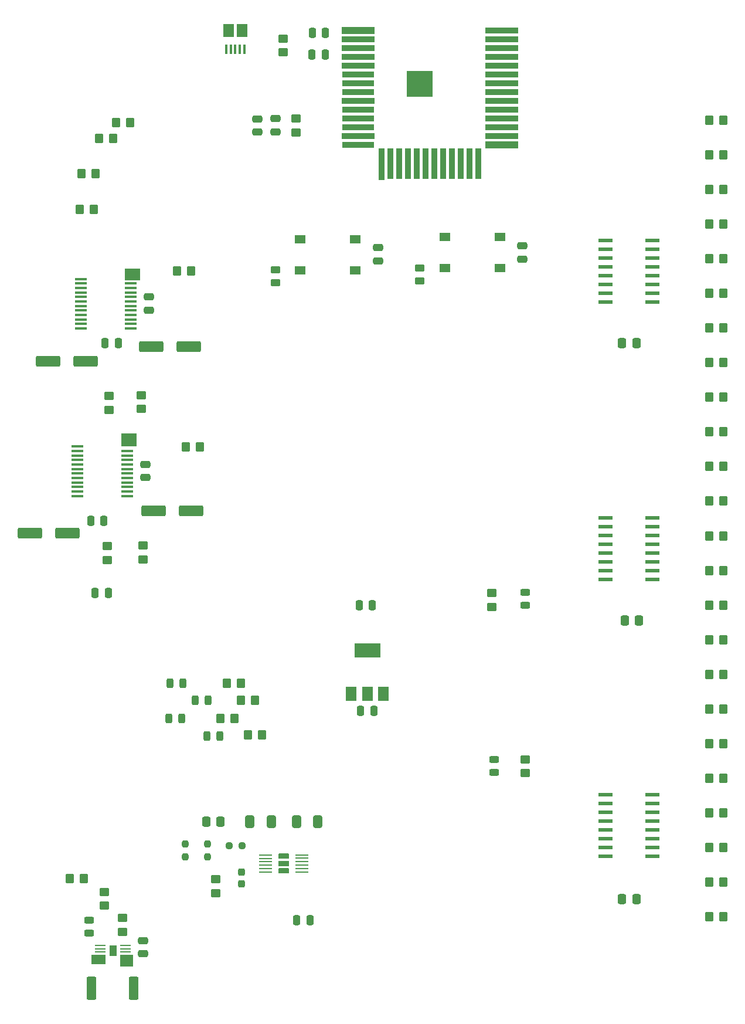
<source format=gbr>
%TF.GenerationSoftware,KiCad,Pcbnew,7.0.10*%
%TF.CreationDate,2024-03-06T16:20:47-05:00*%
%TF.ProjectId,477grp2_pcb,34373767-7270-4325-9f70-63622e6b6963,rev?*%
%TF.SameCoordinates,Original*%
%TF.FileFunction,Paste,Top*%
%TF.FilePolarity,Positive*%
%FSLAX46Y46*%
G04 Gerber Fmt 4.6, Leading zero omitted, Abs format (unit mm)*
G04 Created by KiCad (PCBNEW 7.0.10) date 2024-03-06 16:20:47*
%MOMM*%
%LPD*%
G01*
G04 APERTURE LIST*
G04 Aperture macros list*
%AMRoundRect*
0 Rectangle with rounded corners*
0 $1 Rounding radius*
0 $2 $3 $4 $5 $6 $7 $8 $9 X,Y pos of 4 corners*
0 Add a 4 corners polygon primitive as box body*
4,1,4,$2,$3,$4,$5,$6,$7,$8,$9,$2,$3,0*
0 Add four circle primitives for the rounded corners*
1,1,$1+$1,$2,$3*
1,1,$1+$1,$4,$5*
1,1,$1+$1,$6,$7*
1,1,$1+$1,$8,$9*
0 Add four rect primitives between the rounded corners*
20,1,$1+$1,$2,$3,$4,$5,0*
20,1,$1+$1,$4,$5,$6,$7,0*
20,1,$1+$1,$6,$7,$8,$9,0*
20,1,$1+$1,$8,$9,$2,$3,0*%
G04 Aperture macros list end*
%ADD10C,0.010000*%
%ADD11RoundRect,0.250000X0.337500X0.475000X-0.337500X0.475000X-0.337500X-0.475000X0.337500X-0.475000X0*%
%ADD12R,0.400000X1.350000*%
%ADD13R,1.500000X1.900000*%
%ADD14RoundRect,0.250000X-0.350000X-0.450000X0.350000X-0.450000X0.350000X0.450000X-0.350000X0.450000X0*%
%ADD15RoundRect,0.250000X0.475000X-0.250000X0.475000X0.250000X-0.475000X0.250000X-0.475000X-0.250000X0*%
%ADD16RoundRect,0.243750X-0.243750X-0.456250X0.243750X-0.456250X0.243750X0.456250X-0.243750X0.456250X0*%
%ADD17RoundRect,0.250000X-0.337500X-0.475000X0.337500X-0.475000X0.337500X0.475000X-0.337500X0.475000X0*%
%ADD18RoundRect,0.250000X0.350000X0.450000X-0.350000X0.450000X-0.350000X-0.450000X0.350000X-0.450000X0*%
%ADD19R,2.159000X0.558800*%
%ADD20RoundRect,0.250000X-1.500000X-0.550000X1.500000X-0.550000X1.500000X0.550000X-1.500000X0.550000X0*%
%ADD21RoundRect,0.250000X-0.250000X-0.475000X0.250000X-0.475000X0.250000X0.475000X-0.250000X0.475000X0*%
%ADD22RoundRect,0.237500X-0.237500X0.250000X-0.237500X-0.250000X0.237500X-0.250000X0.237500X0.250000X0*%
%ADD23RoundRect,0.250000X0.412500X0.650000X-0.412500X0.650000X-0.412500X-0.650000X0.412500X-0.650000X0*%
%ADD24RoundRect,0.249999X0.450001X1.425001X-0.450001X1.425001X-0.450001X-1.425001X0.450001X-1.425001X0*%
%ADD25R,1.868014X1.707154*%
%ADD26R,1.495000X0.280000*%
%ADD27R,2.029212X1.332855*%
%ADD28RoundRect,0.250000X0.450000X-0.350000X0.450000X0.350000X-0.450000X0.350000X-0.450000X-0.350000X0*%
%ADD29R,1.500000X2.000000*%
%ADD30R,3.800000X2.000000*%
%ADD31R,1.550000X1.300000*%
%ADD32R,4.746212X0.990990*%
%ADD33R,4.736608X0.950274*%
%ADD34R,4.718447X0.857962*%
%ADD35R,4.709890X0.957090*%
%ADD36R,4.721003X0.946486*%
%ADD37R,4.694146X0.918986*%
%ADD38R,4.686903X0.917910*%
%ADD39R,4.692000X0.917165*%
%ADD40R,4.718325X0.947593*%
%ADD41R,4.673347X0.924210*%
%ADD42R,4.655958X0.933320*%
%ADD43R,4.697885X0.905576*%
%ADD44R,4.732265X0.942006*%
%ADD45R,4.686426X0.955516*%
%ADD46R,0.883533X4.539403*%
%ADD47R,0.886454X4.528385*%
%ADD48R,0.900393X4.484313*%
%ADD49R,0.881277X4.495331*%
%ADD50R,0.895216X4.484313*%
%ADD51R,0.909155X4.495331*%
%ADD52R,0.936338X4.497776*%
%ADD53R,0.894556X4.460296*%
%ADD54R,0.877726X4.485282*%
%ADD55R,0.860912X4.497776*%
%ADD56R,0.881586X4.497776*%
%ADD57R,0.902257X4.485282*%
%ADD58R,4.704469X0.982261*%
%ADD59R,4.713913X0.903635*%
%ADD60R,4.731133X0.899371*%
%ADD61R,4.731133X0.886497*%
%ADD62R,4.739743X0.908063*%
%ADD63R,4.738300X0.899395*%
%ADD64R,4.738300X0.906077*%
%ADD65R,4.755523X0.914370*%
%ADD66R,4.764229X0.887200*%
%ADD67R,4.755523X0.912266*%
%ADD68R,4.765540X0.932098*%
%ADD69R,4.765540X0.895188*%
%ADD70R,4.765540X0.897888*%
%ADD71R,4.764404X0.847973*%
%ADD72R,3.699994X3.699994*%
%ADD73RoundRect,0.250000X0.250000X0.475000X-0.250000X0.475000X-0.250000X-0.475000X0.250000X-0.475000X0*%
%ADD74RoundRect,0.250000X-0.475000X0.250000X-0.475000X-0.250000X0.475000X-0.250000X0.475000X0.250000X0*%
%ADD75RoundRect,0.250000X0.450000X-0.262500X0.450000X0.262500X-0.450000X0.262500X-0.450000X-0.262500X0*%
%ADD76RoundRect,0.243750X0.456250X-0.243750X0.456250X0.243750X-0.456250X0.243750X-0.456250X-0.243750X0*%
%ADD77R,1.750000X0.450000*%
%ADD78R,2.288312X1.738814*%
%ADD79RoundRect,0.237500X-0.250000X-0.237500X0.250000X-0.237500X0.250000X0.237500X-0.250000X0.237500X0*%
%ADD80RoundRect,0.250000X-0.450000X0.350000X-0.450000X-0.350000X0.450000X-0.350000X0.450000X0.350000X0*%
%ADD81RoundRect,0.243750X-0.456250X0.243750X-0.456250X-0.243750X0.456250X-0.243750X0.456250X0.243750X0*%
%ADD82RoundRect,0.237500X-0.237500X0.300000X-0.237500X-0.300000X0.237500X-0.300000X0.237500X0.300000X0*%
%ADD83RoundRect,0.250000X-0.412500X-0.650000X0.412500X-0.650000X0.412500X0.650000X-0.412500X0.650000X0*%
%ADD84R,1.899999X0.249990*%
%ADD85R,1.899999X0.255000*%
%ADD86R,1.899999X0.249988*%
%ADD87R,1.899999X0.254999*%
%ADD88R,1.899999X0.254998*%
%ADD89R,1.899999X0.249998*%
%ADD90R,1.899999X0.254996*%
%ADD91R,1.899999X0.249992*%
%ADD92RoundRect,0.237500X0.237500X-0.250000X0.237500X0.250000X-0.237500X0.250000X-0.237500X-0.250000X0*%
%ADD93R,2.229258X1.987174*%
G04 APERTURE END LIST*
%TO.C,U23*%
D10*
X50151101Y-167428885D02*
X49150373Y-167428885D01*
X49150373Y-165927794D01*
X50151101Y-165927794D01*
X50151101Y-167428885D01*
G36*
X50151101Y-167428885D02*
G01*
X49150373Y-167428885D01*
X49150373Y-165927794D01*
X50151101Y-165927794D01*
X50151101Y-167428885D01*
G37*
%TO.C,U1*%
G36*
X75071010Y-153804133D02*
G01*
X75071010Y-154464131D01*
X75021010Y-154514131D01*
X73651010Y-154514131D01*
X73601010Y-154464131D01*
X73601010Y-153804133D01*
X73651010Y-153754133D01*
X75021010Y-153754133D01*
X75071010Y-153804133D01*
G37*
G36*
X75071010Y-154854133D02*
G01*
X75071010Y-155514132D01*
X75021010Y-155564132D01*
X73651010Y-155564132D01*
X73601010Y-155514132D01*
X73601010Y-154854133D01*
X73651010Y-154804133D01*
X75021010Y-154804133D01*
X75071010Y-154854133D01*
G37*
G36*
X75071010Y-152754132D02*
G01*
X75071010Y-153414131D01*
X75021010Y-153464131D01*
X73651010Y-153464131D01*
X73601010Y-153414131D01*
X73601010Y-152754132D01*
X73651010Y-152704132D01*
X75021010Y-152704132D01*
X75071010Y-152754132D01*
G37*
%TD*%
D11*
%TO.C,Cff1*%
X65231794Y-148095550D03*
X63156794Y-148095550D03*
%TD*%
D12*
%TO.C,J1*%
X68650000Y-36606190D03*
X68000000Y-36606190D03*
X67350000Y-36606190D03*
X66700000Y-36606190D03*
X66050000Y-36606190D03*
D13*
X68350000Y-33906190D03*
X66350000Y-33906190D03*
%TD*%
D14*
%TO.C,R50*%
X135840901Y-96821145D03*
X137840901Y-96821145D03*
%TD*%
D15*
%TO.C,C1*%
X70539234Y-48563416D03*
X70539234Y-46663416D03*
%TD*%
D16*
%TO.C,D18*%
X63203192Y-135703277D03*
X65078192Y-135703277D03*
%TD*%
D17*
%TO.C,C15*%
X123195681Y-159233624D03*
X125270681Y-159233624D03*
%TD*%
D16*
%TO.C,D15*%
X57930928Y-128109232D03*
X59805928Y-128109232D03*
%TD*%
D18*
%TO.C,R20*%
X67191637Y-133169948D03*
X65191637Y-133169948D03*
%TD*%
D19*
%TO.C,U12*%
X127597301Y-113091145D03*
X127597301Y-111821145D03*
X127597301Y-110551145D03*
X127597301Y-109281145D03*
X127597301Y-108011145D03*
X127597301Y-106741145D03*
X127597301Y-105471145D03*
X127597301Y-104201145D03*
X120840901Y-104201145D03*
X120840901Y-105471145D03*
X120840901Y-106741145D03*
X120840901Y-108011145D03*
X120840901Y-109281145D03*
X120840901Y-110551145D03*
X120840901Y-111821145D03*
X120840901Y-113091145D03*
%TD*%
D20*
%TO.C,C18*%
X55560000Y-103221861D03*
X60960000Y-103221861D03*
%TD*%
D21*
%TO.C,C8*%
X47091471Y-115051601D03*
X48991471Y-115051601D03*
%TD*%
D22*
%TO.C,Rfbb1*%
X63340053Y-151327201D03*
X63340053Y-153152201D03*
%TD*%
D23*
%TO.C,Cout2*%
X72568153Y-148123035D03*
X69443153Y-148123035D03*
%TD*%
D14*
%TO.C,R54*%
X135840901Y-156821145D03*
X137840901Y-156821145D03*
%TD*%
D24*
%TO.C,R9*%
X52644327Y-172107706D03*
X46544327Y-172107706D03*
%TD*%
D14*
%TO.C,R37*%
X135840901Y-81821145D03*
X137840901Y-81821145D03*
%TD*%
D25*
%TO.C,U23*%
X51629380Y-168142462D03*
D26*
X51442873Y-166928885D03*
X51442873Y-166428885D03*
X51442873Y-165928885D03*
X47857873Y-165928885D03*
X47857873Y-166428885D03*
X47857873Y-166928885D03*
D27*
X47590767Y-167955312D03*
%TD*%
D28*
%TO.C,R23*%
X51095597Y-163970544D03*
X51095597Y-161970544D03*
%TD*%
D18*
%TO.C,R22*%
X68123671Y-128084027D03*
X66123671Y-128084027D03*
%TD*%
D28*
%TO.C,R15*%
X48867813Y-110322213D03*
X48867813Y-108322213D03*
%TD*%
D19*
%TO.C,U13*%
X127597301Y-153071145D03*
X127597301Y-151801145D03*
X127597301Y-150531145D03*
X127597301Y-149261145D03*
X127597301Y-147991145D03*
X127597301Y-146721145D03*
X127597301Y-145451145D03*
X127597301Y-144181145D03*
X120840901Y-144181145D03*
X120840901Y-145451145D03*
X120840901Y-146721145D03*
X120840901Y-147991145D03*
X120840901Y-149261145D03*
X120840901Y-150531145D03*
X120840901Y-151801145D03*
X120840901Y-153071145D03*
%TD*%
D18*
%TO.C,R21*%
X70155956Y-130555396D03*
X68155956Y-130555396D03*
%TD*%
D14*
%TO.C,R45*%
X135840901Y-121821145D03*
X137840901Y-121821145D03*
%TD*%
D18*
%TO.C,R11*%
X60960000Y-68580000D03*
X58960000Y-68580000D03*
%TD*%
D29*
%TO.C,U6*%
X84104799Y-129661735D03*
X86404799Y-129661735D03*
D30*
X86404799Y-123361735D03*
D29*
X88704799Y-129661735D03*
%TD*%
D31*
%TO.C,SW1*%
X84641499Y-68494601D03*
X76691499Y-68494601D03*
X84641499Y-63994601D03*
X76691499Y-63994601D03*
%TD*%
D20*
%TO.C,C13*%
X40320000Y-81612317D03*
X45720000Y-81612317D03*
%TD*%
D14*
%TO.C,R39*%
X135840901Y-71821145D03*
X137840901Y-71821145D03*
%TD*%
D15*
%TO.C,C10*%
X87967156Y-67111247D03*
X87967156Y-65211247D03*
%TD*%
D32*
%TO.C,U3*%
X85082499Y-33909134D03*
D33*
X85087301Y-35158779D03*
D34*
X85096382Y-36382622D03*
D35*
X85100660Y-37702198D03*
D36*
X85095104Y-38966909D03*
D37*
X85108532Y-40223133D03*
D38*
X85112154Y-41492595D03*
D39*
X85109605Y-42762220D03*
D40*
X85096443Y-44047434D03*
D41*
X85118932Y-45305743D03*
D42*
X85127626Y-46580298D03*
D43*
X85106663Y-47836426D03*
D44*
X85089473Y-49124641D03*
D45*
X85112392Y-50401396D03*
D46*
X88478839Y-53143339D03*
D47*
X89747378Y-53137830D03*
D48*
X91010409Y-53115794D03*
D49*
X92289967Y-53121303D03*
D50*
X93552997Y-53115794D03*
D51*
X94816028Y-53121303D03*
D52*
X96072403Y-53122526D03*
D53*
X97363314Y-53103786D03*
D54*
X98641713Y-53116279D03*
D55*
X99920121Y-53122526D03*
D56*
X101179793Y-53122526D03*
D57*
X102439463Y-53116279D03*
D58*
X105807839Y-50414768D03*
D59*
X105812561Y-49105455D03*
D60*
X105821171Y-47833323D03*
D61*
X105821171Y-46556886D03*
D62*
X105825476Y-45297669D03*
D63*
X105824755Y-44023335D03*
D64*
X105824755Y-42756676D03*
D65*
X105833366Y-41490832D03*
D66*
X105837719Y-40207244D03*
D67*
X105833366Y-38949774D03*
D68*
X105838375Y-37689690D03*
D69*
X105838375Y-36401246D03*
D70*
X105838375Y-35132600D03*
D71*
X105837807Y-33837663D03*
D72*
X93955608Y-41583641D03*
%TD*%
D28*
%TO.C,R18*%
X49113414Y-88637822D03*
X49113414Y-86637822D03*
%TD*%
D14*
%TO.C,R58*%
X135840901Y-136821145D03*
X137840901Y-136821145D03*
%TD*%
D73*
%TO.C,C5*%
X87150000Y-116840000D03*
X85250000Y-116840000D03*
%TD*%
D28*
%TO.C,R16*%
X53994555Y-110214103D03*
X53994555Y-108214103D03*
%TD*%
D74*
%TO.C,C19*%
X54328869Y-96516387D03*
X54328869Y-98416387D03*
%TD*%
D75*
%TO.C,R3*%
X73186614Y-70273423D03*
X73186614Y-68448423D03*
%TD*%
D14*
%TO.C,R24*%
X43448573Y-156332334D03*
X45448573Y-156332334D03*
%TD*%
D76*
%TO.C,D3*%
X109220000Y-116840000D03*
X109220000Y-114965000D03*
%TD*%
D15*
%TO.C,C7*%
X108765417Y-66859091D03*
X108765417Y-64959091D03*
%TD*%
D28*
%TO.C,Rpg1*%
X64497448Y-158398908D03*
X64497448Y-156398908D03*
%TD*%
D74*
%TO.C,C6*%
X54016772Y-165265413D03*
X54016772Y-167165413D03*
%TD*%
D14*
%TO.C,R44*%
X135840901Y-46821145D03*
X137840901Y-46821145D03*
%TD*%
%TO.C,R59*%
X135840901Y-131821145D03*
X137840901Y-131821145D03*
%TD*%
%TO.C,R53*%
X135840901Y-161821145D03*
X137840901Y-161821145D03*
%TD*%
D15*
%TO.C,C2*%
X73179670Y-48511302D03*
X73179670Y-46611302D03*
%TD*%
D17*
%TO.C,C9*%
X123214665Y-78971032D03*
X125289665Y-78971032D03*
%TD*%
D28*
%TO.C,R25*%
X48455987Y-160242442D03*
X48455987Y-158242442D03*
%TD*%
D73*
%TO.C,C14*%
X80314306Y-37346009D03*
X78414306Y-37346009D03*
%TD*%
D74*
%TO.C,C24*%
X54883303Y-72330969D03*
X54883303Y-74230969D03*
%TD*%
D77*
%TO.C,U10*%
X45004138Y-69737879D03*
X45004138Y-70387879D03*
X45004138Y-71037879D03*
X45004138Y-71687879D03*
X45004138Y-72337879D03*
X45004138Y-72987879D03*
X45004138Y-73637879D03*
X45004138Y-74287879D03*
X45004138Y-74937879D03*
X45004138Y-75587879D03*
X45004138Y-76237879D03*
X45004138Y-76887879D03*
X52204138Y-76887879D03*
X52204138Y-76237879D03*
X52204138Y-75587879D03*
X52204138Y-74937879D03*
X52204138Y-74287879D03*
X52204138Y-73637879D03*
X52204138Y-72987879D03*
X52204138Y-72337879D03*
X52204138Y-71687879D03*
X52204138Y-71037879D03*
X52204138Y-70387879D03*
D78*
X52473294Y-69093472D03*
%TD*%
D14*
%TO.C,R49*%
X135840901Y-101821145D03*
X137840901Y-101821145D03*
%TD*%
D31*
%TO.C,SW2*%
X105575692Y-68202711D03*
X97625692Y-68202711D03*
X105575692Y-63702711D03*
X97625692Y-63702711D03*
%TD*%
D73*
%TO.C,C3*%
X80351730Y-34198111D03*
X78451730Y-34198111D03*
%TD*%
D14*
%TO.C,R43*%
X135840901Y-51821145D03*
X137840901Y-51821145D03*
%TD*%
D73*
%TO.C,C20*%
X48377173Y-104628539D03*
X46477173Y-104628539D03*
%TD*%
D14*
%TO.C,R41*%
X135840901Y-61821145D03*
X137840901Y-61821145D03*
%TD*%
%TO.C,R42*%
X135840901Y-56821145D03*
X137840901Y-56821145D03*
%TD*%
D18*
%TO.C,R19*%
X71201036Y-135594908D03*
X69201036Y-135594908D03*
%TD*%
D14*
%TO.C,R55*%
X135840901Y-151821145D03*
X137840901Y-151821145D03*
%TD*%
%TO.C,R47*%
X135840901Y-111821145D03*
X137840901Y-111821145D03*
%TD*%
%TO.C,R40*%
X135840901Y-66821145D03*
X137840901Y-66821145D03*
%TD*%
%TO.C,R6*%
X44883902Y-59680813D03*
X46883902Y-59680813D03*
%TD*%
D79*
%TO.C,Rmode1*%
X66478316Y-151560151D03*
X68303316Y-151560151D03*
%TD*%
D18*
%TO.C,R10*%
X62230000Y-93980000D03*
X60230000Y-93980000D03*
%TD*%
D14*
%TO.C,R46*%
X135840901Y-116821145D03*
X137840901Y-116821145D03*
%TD*%
%TO.C,R51*%
X135840901Y-91821145D03*
X137840901Y-91821145D03*
%TD*%
D28*
%TO.C,R17*%
X53742908Y-88524064D03*
X53742908Y-86524064D03*
%TD*%
D73*
%TO.C,C12*%
X50426284Y-79048129D03*
X48526284Y-79048129D03*
%TD*%
%TO.C,C4*%
X87369064Y-132099243D03*
X85469064Y-132099243D03*
%TD*%
D80*
%TO.C,R2*%
X74290232Y-35051142D03*
X74290232Y-37051142D03*
%TD*%
D14*
%TO.C,R57*%
X135840901Y-141821145D03*
X137840901Y-141821145D03*
%TD*%
D16*
%TO.C,D16*%
X61510078Y-130554144D03*
X63385078Y-130554144D03*
%TD*%
D28*
%TO.C,R1*%
X76150162Y-48596045D03*
X76150162Y-46596045D03*
%TD*%
D81*
%TO.C,D4*%
X104758910Y-139135020D03*
X104758910Y-141010020D03*
%TD*%
D20*
%TO.C,C25*%
X55211400Y-79506116D03*
X60611400Y-79506116D03*
%TD*%
D14*
%TO.C,R48*%
X135840901Y-106821145D03*
X137840901Y-106821145D03*
%TD*%
D82*
%TO.C,Css1*%
X68235161Y-155384756D03*
X68235161Y-157109756D03*
%TD*%
D21*
%TO.C,Cin1*%
X76207754Y-162347012D03*
X78107754Y-162347012D03*
%TD*%
D20*
%TO.C,C21*%
X37671769Y-106421133D03*
X43071769Y-106421133D03*
%TD*%
D83*
%TO.C,Cout1*%
X76157641Y-148099106D03*
X79282641Y-148099106D03*
%TD*%
D84*
%TO.C,U1*%
X71686010Y-152884136D03*
D85*
X71686010Y-153386632D03*
D86*
X71686010Y-153884137D03*
D87*
X71686010Y-154386632D03*
D88*
X71686010Y-154886633D03*
D89*
X71686010Y-155384132D03*
D87*
X76986010Y-155386632D03*
D89*
X76986010Y-154884133D03*
D87*
X76986010Y-154386632D03*
D90*
X76986010Y-153886634D03*
D89*
X76986010Y-153384131D03*
D91*
X76986010Y-152884135D03*
%TD*%
D14*
%TO.C,R52*%
X135840901Y-86821145D03*
X137840901Y-86821145D03*
%TD*%
%TO.C,R38*%
X135840901Y-76821145D03*
X137840901Y-76821145D03*
%TD*%
D75*
%TO.C,R4*%
X93951208Y-70016878D03*
X93951208Y-68191878D03*
%TD*%
D28*
%TO.C,R14*%
X109220000Y-141081090D03*
X109220000Y-139081090D03*
%TD*%
D92*
%TO.C,Rfbt1*%
X60091505Y-153151976D03*
X60091505Y-151326976D03*
%TD*%
D14*
%TO.C,R56*%
X135840901Y-146821145D03*
X137840901Y-146821145D03*
%TD*%
D77*
%TO.C,U8*%
X44572359Y-93934196D03*
X44572359Y-94584196D03*
X44572359Y-95234196D03*
X44572359Y-95884196D03*
X44572359Y-96534196D03*
X44572359Y-97184196D03*
X44572359Y-97834196D03*
X44572359Y-98484196D03*
X44572359Y-99134196D03*
X44572359Y-99784196D03*
X44572359Y-100434196D03*
X44572359Y-101084196D03*
X51772359Y-101084196D03*
X51772359Y-100434196D03*
X51772359Y-99784196D03*
X51772359Y-99134196D03*
X51772359Y-98484196D03*
X51772359Y-97834196D03*
X51772359Y-97184196D03*
X51772359Y-96534196D03*
X51772359Y-95884196D03*
X51772359Y-95234196D03*
X51772359Y-94584196D03*
D93*
X52011988Y-92991170D03*
%TD*%
D17*
%TO.C,C11*%
X123577813Y-119027634D03*
X125652813Y-119027634D03*
%TD*%
D76*
%TO.C,D14*%
X46199106Y-164213661D03*
X46199106Y-162338661D03*
%TD*%
D80*
%TO.C,R13*%
X104351943Y-115092835D03*
X104351943Y-117092835D03*
%TD*%
D19*
%TO.C,U11*%
X127597301Y-73091145D03*
X127597301Y-71821145D03*
X127597301Y-70551145D03*
X127597301Y-69281145D03*
X127597301Y-68011145D03*
X127597301Y-66741145D03*
X127597301Y-65471145D03*
X127597301Y-64201145D03*
X120840901Y-64201145D03*
X120840901Y-65471145D03*
X120840901Y-66741145D03*
X120840901Y-68011145D03*
X120840901Y-69281145D03*
X120840901Y-70551145D03*
X120840901Y-71821145D03*
X120840901Y-73091145D03*
%TD*%
D16*
%TO.C,D17*%
X57764095Y-133169948D03*
X59639095Y-133169948D03*
%TD*%
D14*
%TO.C,R60*%
X135840901Y-126821145D03*
X137840901Y-126821145D03*
%TD*%
%TO.C,R5*%
X45166165Y-54534293D03*
X47166165Y-54534293D03*
%TD*%
%TO.C,R7*%
X50120469Y-47135555D03*
X52120469Y-47135555D03*
%TD*%
%TO.C,R8*%
X47707841Y-49456625D03*
X49707841Y-49456625D03*
%TD*%
M02*

</source>
